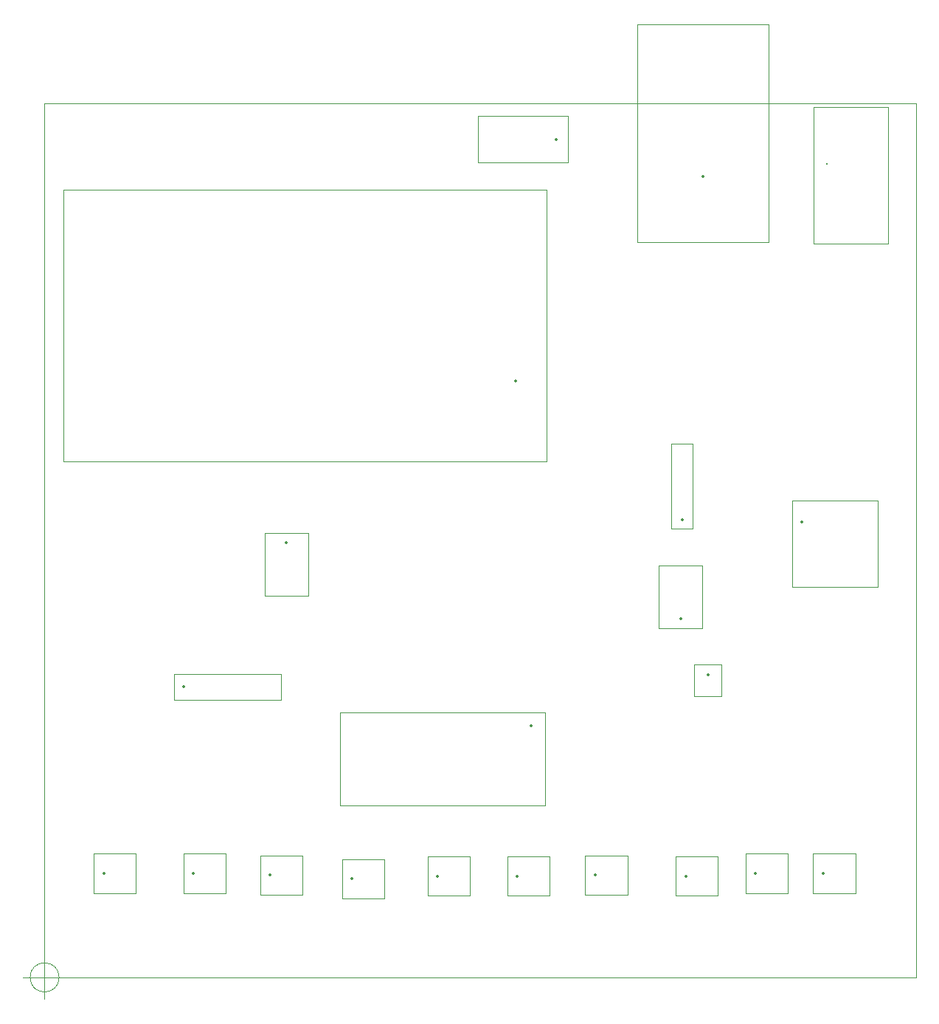
<source format=gbr>
%TF.GenerationSoftware,KiCad,Pcbnew,(6.0.4)*%
%TF.CreationDate,2022-10-08T16:21:05+02:00*%
%TF.ProjectId,smeter,736d6574-6572-42e6-9b69-6361645f7063,0.2*%
%TF.SameCoordinates,PX5de3a50PY84ba458*%
%TF.FileFunction,Component,L1,Top*%
%TF.FilePolarity,Positive*%
%FSLAX46Y46*%
G04 Gerber Fmt 4.6, Leading zero omitted, Abs format (unit mm)*
G04 Created by KiCad (PCBNEW (6.0.4)) date 2022-10-08 16:21:05*
%MOMM*%
%LPD*%
G01*
G04 APERTURE LIST*
%TA.AperFunction,ComponentMain*%
%ADD10C,0.300000*%
%TD*%
%TA.AperFunction,ComponentOutline,Courtyard*%
%ADD11C,0.100000*%
%TD*%
%TA.AperFunction,ComponentPin*%
%ADD12P,0.360000X4X0.000000*%
%TD*%
%TA.AperFunction,ComponentPin*%
%ADD13C,0.000000*%
%TD*%
%TA.AperFunction,Profile*%
%ADD14C,0.100000*%
%TD*%
G04 APERTURE END LIST*
D10*
%TO.C,"-BT1"*%
%TO.CFtp,"BatteryHolder_Eagle_12BH611-GR"*%
%TO.CVal,"Battery_Cell"*%
%TO.CLbN,"Battery"*%
%TO.CMnt,TH*%
%TO.CRot,0*%
X54000000Y68350000D03*
D11*
X57599999Y59100001D02*
X2100001Y59100001D01*
X2100001Y90299999D01*
X57599999Y90299999D01*
X57599999Y59100001D01*
D12*
%TO.P,"-BT1","1","+"*%
X54000000Y68350000D03*
D13*
%TO.P,"-BT1","2","-"*%
X54000000Y81050000D03*
%TO.P,"-BT1",*%
X29850000Y63600000D03*
X15100000Y85800000D03*
X43100000Y85800000D03*
%TD*%
D10*
%TO.C,"D4"*%
%TO.CFtp,"LED_D3.0mm_Clear"*%
%TO.CVal,"LED"*%
%TO.CLbN,"LED_THT"*%
%TO.CMnt,TH*%
%TO.CRot,0*%
X35275000Y11275000D03*
D11*
X38974999Y9025001D02*
X34125001Y9025001D01*
X34125001Y13524999D01*
X38974999Y13524999D01*
X38974999Y9025001D01*
D12*
%TO.P,"D4","1","K"*%
X35275000Y11275000D03*
D13*
%TO.P,"D4","2","A"*%
X37815000Y11275000D03*
%TD*%
D10*
%TO.C,"RV1"*%
%TO.CFtp,"Potentiometer_Bourns_3266Y_Vertical"*%
%TO.CVal,"R_Potentiometer_Trim"*%
%TO.CLbN,"Potentiometer_THT"*%
%TO.CMnt,TH*%
%TO.CRot,-90*%
X73025000Y41050000D03*
D11*
X75474999Y39950001D02*
X70425001Y39950001D01*
X70425001Y47199999D01*
X75474999Y47199999D01*
X75474999Y39950001D01*
D12*
%TO.P,"RV1","1","1"*%
X73025000Y41050000D03*
D13*
%TO.P,"RV1","2","2"*%
X73025000Y43590000D03*
%TO.P,"RV1","3","3"*%
X73025000Y46130000D03*
%TD*%
D10*
%TO.C,"J2"*%
%TO.CFtp,"Jack_3.5mm_Lumberg_1503_07_Horizontal"*%
%TO.CVal,"3.5mm AudioPlug"*%
%TO.CLbN,"Connector_Audio"*%
%TO.CMnt,TH*%
%TO.CRot,0*%
X89775000Y93225000D03*
D11*
X96774999Y84075001D02*
X88275001Y84075001D01*
X88275001Y99724999D01*
X96774999Y99724999D01*
X96774999Y84075001D01*
D13*
%TO.P,"J2",*%
X95025000Y89725000D03*
X90025000Y89725000D03*
%TO.P,"J2","R"*%
X94825000Y85725000D03*
%TO.P,"J2","S"*%
X90225000Y85725000D03*
%TO.P,"J2","T"*%
X89775000Y93225000D03*
X95275000Y93225000D03*
%TD*%
D10*
%TO.C,"D0"*%
%TO.CFtp,"D_DO-35_SOD27_P7.62mm_Horizontal"*%
%TO.CVal,"1N914"*%
%TO.CLbN,"Diode_THT"*%
%TO.CMnt,TH*%
%TO.CRot,90*%
X73150000Y52440000D03*
D11*
X74399999Y51390001D02*
X71900001Y51390001D01*
X71900001Y61109999D01*
X74399999Y61109999D01*
X74399999Y51390001D01*
D12*
%TO.P,"D0","1","K"*%
X73150000Y52440000D03*
D13*
%TO.P,"D0","2","A"*%
X73150000Y60060000D03*
%TD*%
D10*
%TO.C,"D10"*%
%TO.CFtp,"LED_D3.0mm_Clear"*%
%TO.CVal,"red"*%
%TO.CLbN,"LED_THT"*%
%TO.CMnt,TH*%
%TO.CRot,0*%
X89350000Y11875000D03*
D11*
X93049999Y9625001D02*
X88200001Y9625001D01*
X88200001Y14124999D01*
X93049999Y14124999D01*
X93049999Y9625001D01*
D12*
%TO.P,"D10","1","K"*%
X89350000Y11875000D03*
D13*
%TO.P,"D10","2","A"*%
X91890000Y11875000D03*
%TD*%
D10*
%TO.C,"SW1"*%
%TO.CFtp,"SW_DIP_SPSTx01_Slide_9.78x4.72mm_W7.62mm_P2.54mm"*%
%TO.CVal,"SW_DIP_x01"*%
%TO.CLbN,"Button_Switch_THT"*%
%TO.CMnt,TH*%
%TO.CRot,180*%
X58692500Y96075000D03*
D11*
X60042499Y93375001D02*
X49742501Y93375001D01*
X49742501Y98774999D01*
X60042499Y98774999D01*
X60042499Y93375001D01*
D12*
%TO.P,"SW1","1"*%
X58692500Y96075000D03*
D13*
%TO.P,"SW1","2"*%
X51072500Y96075000D03*
%TD*%
D10*
%TO.C,"D1"*%
%TO.CFtp,"LED_D3.0mm_Clear"*%
%TO.CVal,"LED"*%
%TO.CLbN,"LED_THT"*%
%TO.CMnt,TH*%
%TO.CRot,0*%
X6775000Y11875000D03*
D11*
X10474999Y9625001D02*
X5625001Y9625001D01*
X5625001Y14124999D01*
X10474999Y14124999D01*
X10474999Y9625001D01*
D12*
%TO.P,"D1","1","K"*%
X6775000Y11875000D03*
D13*
%TO.P,"D1","2","A"*%
X9315000Y11875000D03*
%TD*%
D10*
%TO.C,"D9"*%
%TO.CFtp,"LED_D3.0mm_Clear"*%
%TO.CVal,"LED"*%
%TO.CLbN,"LED_THT"*%
%TO.CMnt,TH*%
%TO.CRot,0*%
X81575000Y11875000D03*
D11*
X85274999Y9625001D02*
X80425001Y9625001D01*
X80425001Y14124999D01*
X85274999Y14124999D01*
X85274999Y9625001D01*
D12*
%TO.P,"D9","1","K"*%
X81575000Y11875000D03*
D13*
%TO.P,"D9","2","A"*%
X84115000Y11875000D03*
%TD*%
D10*
%TO.C,"D5"*%
%TO.CFtp,"LED_D3.0mm_Clear"*%
%TO.CVal,"LED"*%
%TO.CLbN,"LED_THT"*%
%TO.CMnt,TH*%
%TO.CRot,0*%
X45075000Y11575000D03*
D11*
X48774999Y9325001D02*
X43925001Y9325001D01*
X43925001Y13824999D01*
X48774999Y13824999D01*
X48774999Y9325001D01*
D12*
%TO.P,"D5","1","K"*%
X45075000Y11575000D03*
D13*
%TO.P,"D5","2","A"*%
X47615000Y11575000D03*
%TD*%
D10*
%TO.C,"SW2"*%
%TO.CFtp,"SW_DIP_SPSTx03_Slide_6.7x9.18mm_W7.62mm_P2.54mm_LowProfile"*%
%TO.CVal,"SW_DIP_x03"*%
%TO.CLbN,"Button_Switch_THT"*%
%TO.CMnt,TH*%
%TO.CRot,0*%
X86925000Y52200000D03*
D11*
X95624999Y44750001D02*
X85825001Y44750001D01*
X85825001Y54599999D01*
X95624999Y54599999D01*
X95624999Y44750001D01*
D12*
%TO.P,"SW2","1"*%
X86925000Y52200000D03*
D13*
%TO.P,"SW2","2"*%
X86925000Y49660000D03*
%TO.P,"SW2","3"*%
X86925000Y47120000D03*
%TO.P,"SW2","4"*%
X94545000Y47120000D03*
%TO.P,"SW2","5"*%
X94545000Y49660000D03*
%TO.P,"SW2","6"*%
X94545000Y52200000D03*
%TD*%
D10*
%TO.C,"D7"*%
%TO.CFtp,"LED_D3.0mm_Clear"*%
%TO.CVal,"LED"*%
%TO.CLbN,"LED_THT"*%
%TO.CMnt,TH*%
%TO.CRot,0*%
X63175000Y11675000D03*
D11*
X66874999Y9425001D02*
X62025001Y9425001D01*
X62025001Y13924999D01*
X66874999Y13924999D01*
X66874999Y9425001D01*
D12*
%TO.P,"D7","1","K"*%
X63175000Y11675000D03*
D13*
%TO.P,"D7","2","A"*%
X65715000Y11675000D03*
%TD*%
D10*
%TO.C,"J3_Meter1"*%
%TO.CFtp,"PinHeader_1x02_P1.27mm_Vertical"*%
%TO.CVal,"Conn_01x02_Male"*%
%TO.CLbN,"Connector_PinHeader_1.27mm"*%
%TO.CMnt,TH*%
%TO.CRot,0*%
X76100000Y34670000D03*
D11*
X77649999Y32220001D02*
X74550001Y32220001D01*
X74550001Y35819999D01*
X77649999Y35819999D01*
X77649999Y32220001D01*
D12*
%TO.P,"J3_Meter1","1","Pin_1"*%
X76100000Y34670000D03*
D13*
%TO.P,"J3_Meter1","2","Pin_2"*%
X76100000Y33400000D03*
%TD*%
D10*
%TO.C,"R1"*%
%TO.CFtp,"R_Axial_DIN0207_L6.3mm_D2.5mm_P10.16mm_Horizontal"*%
%TO.CVal,"1K"*%
%TO.CLbN,"Resistor_THT"*%
%TO.CMnt,TH*%
%TO.CRot,0*%
X15920000Y33275000D03*
D11*
X27129999Y31775001D02*
X14870001Y31775001D01*
X14870001Y34774999D01*
X27129999Y34774999D01*
X27129999Y31775001D01*
D12*
%TO.P,"R1","1"*%
X15920000Y33275000D03*
D13*
%TO.P,"R1","2"*%
X26080000Y33275000D03*
%TD*%
D10*
%TO.C,"U1"*%
%TO.CFtp,"DIP-18_W7.62mm_Socket"*%
%TO.CVal,"LM3914N"*%
%TO.CLbN,"Package_DIP"*%
%TO.CMnt,TH*%
%TO.CRot,-90*%
X55800000Y28775000D03*
D11*
X57399999Y19625001D02*
X33900001Y19625001D01*
X33900001Y30324999D01*
X57399999Y30324999D01*
X57399999Y19625001D01*
D12*
%TO.P,"U1","1","LED1"*%
X55800000Y28775000D03*
D13*
%TO.P,"U1","2","V-"*%
X53260000Y28775000D03*
%TO.P,"U1","3","V+"*%
X50720000Y28775000D03*
%TO.P,"U1","4","RLO"*%
X48180000Y28775000D03*
%TO.P,"U1","5","SIG"*%
X45640000Y28775000D03*
%TO.P,"U1","6","RHI"*%
X43100000Y28775000D03*
%TO.P,"U1","7","RFOUT"*%
X40560000Y28775000D03*
%TO.P,"U1","8","REFADJ"*%
X38020000Y28775000D03*
%TO.P,"U1","9","MODE"*%
X35480000Y28775000D03*
%TO.P,"U1","10","LED2"*%
X35480000Y21155000D03*
%TO.P,"U1","11","LED3"*%
X38020000Y21155000D03*
%TO.P,"U1","12","LED4"*%
X40560000Y21155000D03*
%TO.P,"U1","13","LED5"*%
X43100000Y21155000D03*
%TO.P,"U1","14","LED6"*%
X45640000Y21155000D03*
%TO.P,"U1","15","LED7"*%
X48180000Y21155000D03*
%TO.P,"U1","16","LED8"*%
X50720000Y21155000D03*
%TO.P,"U1","17","LED9"*%
X53260000Y21155000D03*
%TO.P,"U1","18","LED10"*%
X55800000Y21155000D03*
%TD*%
D10*
%TO.C,"D2"*%
%TO.CFtp,"LED_D3.0mm_Clear"*%
%TO.CVal,"LED"*%
%TO.CLbN,"LED_THT"*%
%TO.CMnt,TH*%
%TO.CRot,0*%
X17075000Y11875000D03*
D11*
X20774999Y9625001D02*
X15925001Y9625001D01*
X15925001Y14124999D01*
X20774999Y14124999D01*
X20774999Y9625001D01*
D12*
%TO.P,"D2","1","K"*%
X17075000Y11875000D03*
D13*
%TO.P,"D2","2","A"*%
X19615000Y11875000D03*
%TD*%
D10*
%TO.C,"J1"*%
%TO.CFtp,"BNC_TEConnectivity_1478035_Horizontal"*%
%TO.CVal,"BNC Conn_Coaxial"*%
%TO.CLbN,"Connector_Coaxial"*%
%TO.CMnt,TH*%
%TO.CRot,0*%
X75575000Y91815000D03*
D11*
X83104999Y84285001D02*
X68045001Y84285001D01*
X68045001Y109214999D01*
X83104999Y109214999D01*
X83104999Y84285001D01*
D12*
%TO.P,"J1","1","In"*%
X75575000Y91815000D03*
D13*
%TO.P,"J1","2","Ext"*%
X70550000Y86790000D03*
X80600000Y86790000D03*
X70550000Y96840000D03*
X80600000Y96840000D03*
%TD*%
D10*
%TO.C,"D3"*%
%TO.CFtp,"LED_D3.0mm_Clear"*%
%TO.CVal,"LED"*%
%TO.CLbN,"LED_THT"*%
%TO.CMnt,TH*%
%TO.CRot,0*%
X25875000Y11675000D03*
D11*
X29574999Y9425001D02*
X24725001Y9425001D01*
X24725001Y13924999D01*
X29574999Y13924999D01*
X29574999Y9425001D01*
D12*
%TO.P,"D3","1","K"*%
X25875000Y11675000D03*
D13*
%TO.P,"D3","2","A"*%
X28415000Y11675000D03*
%TD*%
D10*
%TO.C,"D8"*%
%TO.CFtp,"LED_D3.0mm_Clear"*%
%TO.CVal,"LED"*%
%TO.CLbN,"LED_THT"*%
%TO.CMnt,TH*%
%TO.CRot,0*%
X73575000Y11575000D03*
D11*
X77274999Y9325001D02*
X72425001Y9325001D01*
X72425001Y13824999D01*
X77274999Y13824999D01*
X77274999Y9325001D01*
D12*
%TO.P,"D8","1","K"*%
X73575000Y11575000D03*
D13*
%TO.P,"D8","2","A"*%
X76115000Y11575000D03*
%TD*%
D10*
%TO.C,"RV2"*%
%TO.CFtp,"Potentiometer_Bourns_3266Y_Vertical"*%
%TO.CVal,"4\u002C7K"*%
%TO.CLbN,"Potentiometer_THT"*%
%TO.CMnt,TH*%
%TO.CRot,90*%
X27675000Y49825000D03*
D11*
X30274999Y43675001D02*
X25225001Y43675001D01*
X25225001Y50924999D01*
X30274999Y50924999D01*
X30274999Y43675001D01*
D12*
%TO.P,"RV2","1","1"*%
X27675000Y49825000D03*
D13*
%TO.P,"RV2","2","2"*%
X27675000Y47285000D03*
%TO.P,"RV2","3","3"*%
X27675000Y44745000D03*
%TD*%
D10*
%TO.C,"D6"*%
%TO.CFtp,"LED_D3.0mm_Clear"*%
%TO.CVal,"LED"*%
%TO.CLbN,"LED_THT"*%
%TO.CMnt,TH*%
%TO.CRot,0*%
X54250000Y11575000D03*
D11*
X57949999Y9325001D02*
X53100001Y9325001D01*
X53100001Y13824999D01*
X57949999Y13824999D01*
X57949999Y9325001D01*
D12*
%TO.P,"D6","1","K"*%
X54250000Y11575000D03*
D13*
%TO.P,"D6","2","A"*%
X56790000Y11575000D03*
%TD*%
D14*
X100025000Y100175000D02*
X-50000Y100175000D01*
X-50000Y100175000D02*
X-50000Y-25000D01*
X-50000Y-25000D02*
X100025000Y-25000D01*
X100025000Y-25000D02*
X100025000Y100175000D01*
X1641666Y-50000D02*
G75*
G03*
X1641666Y-50000I-1666666J0D01*
G01*
X-2525000Y-50000D02*
X2475000Y-50000D01*
X-25000Y2450000D02*
X-25000Y-2550000D01*
M02*

</source>
